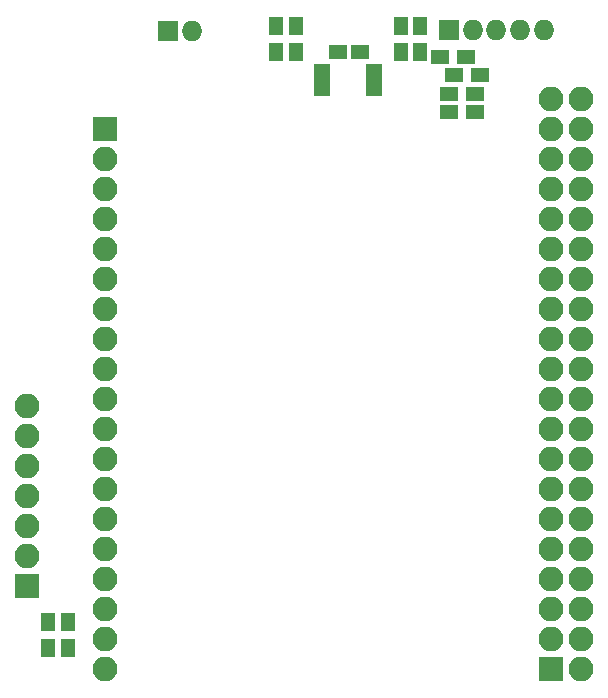
<source format=gbr>
G04 #@! TF.FileFunction,Soldermask,Top*
%FSLAX46Y46*%
G04 Gerber Fmt 4.6, Leading zero omitted, Abs format (unit mm)*
G04 Created by KiCad (PCBNEW 4.0.6-e0-6349~53~ubuntu16.04.1) date Tue Jul  4 14:56:25 2017*
%MOMM*%
%LPD*%
G01*
G04 APERTURE LIST*
%ADD10C,0.100000*%
%ADD11R,1.600000X1.150000*%
%ADD12R,1.750000X1.750000*%
%ADD13O,1.750000X1.750000*%
%ADD14R,2.100000X2.100000*%
%ADD15O,2.100000X2.100000*%
%ADD16R,1.600000X1.300000*%
%ADD17R,1.300000X1.600000*%
%ADD18R,1.450000X0.670000*%
G04 APERTURE END LIST*
D10*
D11*
X87300000Y-33750000D03*
X89200000Y-33750000D03*
D12*
X96750000Y-31900000D03*
D13*
X98750000Y-31900000D03*
X100750000Y-31900000D03*
X102750000Y-31900000D03*
X104750000Y-31900000D03*
D14*
X105400000Y-86000000D03*
D15*
X107940000Y-86000000D03*
X105400000Y-83460000D03*
X107940000Y-83460000D03*
X105400000Y-80920000D03*
X107940000Y-80920000D03*
X105400000Y-78380000D03*
X107940000Y-78380000D03*
X105400000Y-75840000D03*
X107940000Y-75840000D03*
X105400000Y-73300000D03*
X107940000Y-73300000D03*
X105400000Y-70760000D03*
X107940000Y-70760000D03*
X105400000Y-68220000D03*
X107940000Y-68220000D03*
X105400000Y-65680000D03*
X107940000Y-65680000D03*
X105400000Y-63140000D03*
X107940000Y-63140000D03*
X105400000Y-60600000D03*
X107940000Y-60600000D03*
X105400000Y-58060000D03*
X107940000Y-58060000D03*
X105400000Y-55520000D03*
X107940000Y-55520000D03*
X105400000Y-52980000D03*
X107940000Y-52980000D03*
X105400000Y-50440000D03*
X107940000Y-50440000D03*
X105400000Y-47900000D03*
X107940000Y-47900000D03*
X105400000Y-45360000D03*
X107940000Y-45360000D03*
X105400000Y-42820000D03*
X107940000Y-42820000D03*
X105400000Y-40280000D03*
X107940000Y-40280000D03*
X105400000Y-37740000D03*
X107940000Y-37740000D03*
D16*
X96750000Y-38850000D03*
X98950000Y-38850000D03*
D17*
X83800000Y-31550000D03*
X83800000Y-33750000D03*
D16*
X96750000Y-37300000D03*
X98950000Y-37300000D03*
D17*
X82110000Y-31540000D03*
X82110000Y-33740000D03*
D16*
X97200000Y-35750000D03*
X99400000Y-35750000D03*
D17*
X94300000Y-31600000D03*
X94300000Y-33800000D03*
D16*
X96000000Y-34200000D03*
X98200000Y-34200000D03*
D17*
X92690000Y-31600000D03*
X92690000Y-33800000D03*
X64500000Y-84250000D03*
X64500000Y-82050000D03*
X62800000Y-84250000D03*
X62800000Y-82050000D03*
D18*
X86000000Y-35150000D03*
X86000000Y-35650000D03*
X86000000Y-36150000D03*
X86000000Y-36650000D03*
X86000000Y-37150000D03*
X90400000Y-37140000D03*
X90400000Y-36650000D03*
X90400000Y-36150000D03*
X90400000Y-35650000D03*
X90400000Y-35150000D03*
D14*
X61000000Y-79000000D03*
D15*
X61000000Y-76460000D03*
X61000000Y-73920000D03*
X61000000Y-71380000D03*
X61000000Y-68840000D03*
X61000000Y-66300000D03*
X61000000Y-63760000D03*
D12*
X72950000Y-32000000D03*
D13*
X74950000Y-32000000D03*
D14*
X67600000Y-40250000D03*
D15*
X67600000Y-42790000D03*
X67600000Y-45330000D03*
X67600000Y-47870000D03*
X67600000Y-50410000D03*
X67600000Y-52950000D03*
X67600000Y-55490000D03*
X67600000Y-58030000D03*
X67600000Y-60570000D03*
X67600000Y-63110000D03*
X67600000Y-65650000D03*
X67600000Y-68190000D03*
X67600000Y-70730000D03*
X67600000Y-73270000D03*
X67600000Y-75810000D03*
X67600000Y-78350000D03*
X67600000Y-80890000D03*
X67600000Y-83430000D03*
X67600000Y-85970000D03*
M02*

</source>
